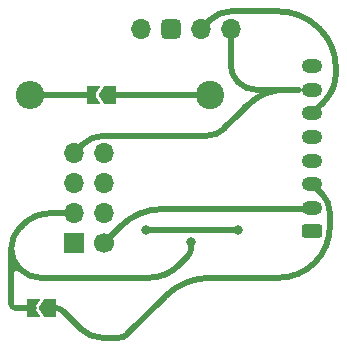
<source format=gbr>
%TF.GenerationSoftware,KiCad,Pcbnew,(6.0.7)*%
%TF.CreationDate,2022-11-20T15:50:49-05:00*%
%TF.ProjectId,CANBurner,43414e42-7572-46e6-9572-2e6b69636164,2.0*%
%TF.SameCoordinates,Original*%
%TF.FileFunction,Copper,L2,Bot*%
%TF.FilePolarity,Positive*%
%FSLAX46Y46*%
G04 Gerber Fmt 4.6, Leading zero omitted, Abs format (unit mm)*
G04 Created by KiCad (PCBNEW (6.0.7)) date 2022-11-20 15:50:49*
%MOMM*%
%LPD*%
G01*
G04 APERTURE LIST*
G04 Aperture macros list*
%AMRoundRect*
0 Rectangle with rounded corners*
0 $1 Rounding radius*
0 $2 $3 $4 $5 $6 $7 $8 $9 X,Y pos of 4 corners*
0 Add a 4 corners polygon primitive as box body*
4,1,4,$2,$3,$4,$5,$6,$7,$8,$9,$2,$3,0*
0 Add four circle primitives for the rounded corners*
1,1,$1+$1,$2,$3*
1,1,$1+$1,$4,$5*
1,1,$1+$1,$6,$7*
1,1,$1+$1,$8,$9*
0 Add four rect primitives between the rounded corners*
20,1,$1+$1,$2,$3,$4,$5,0*
20,1,$1+$1,$4,$5,$6,$7,0*
20,1,$1+$1,$6,$7,$8,$9,0*
20,1,$1+$1,$8,$9,$2,$3,0*%
%AMFreePoly0*
4,1,6,1.000000,0.000000,0.500000,-0.750000,-0.500000,-0.750000,-0.500000,0.750000,0.500000,0.750000,1.000000,0.000000,1.000000,0.000000,$1*%
%AMFreePoly1*
4,1,6,0.500000,-0.750000,-0.650000,-0.750000,-0.150000,0.000000,-0.650000,0.750000,0.500000,0.750000,0.500000,-0.750000,0.500000,-0.750000,$1*%
G04 Aperture macros list end*
%TA.AperFunction,ComponentPad*%
%ADD10O,1.700000X1.700000*%
%TD*%
%TA.AperFunction,ComponentPad*%
%ADD11RoundRect,0.425000X-0.425000X0.425000X-0.425000X-0.425000X0.425000X-0.425000X0.425000X0.425000X0*%
%TD*%
%TA.AperFunction,ComponentPad*%
%ADD12RoundRect,0.300000X0.575000X-0.300000X0.575000X0.300000X-0.575000X0.300000X-0.575000X-0.300000X0*%
%TD*%
%TA.AperFunction,ComponentPad*%
%ADD13O,1.750000X1.200000*%
%TD*%
%TA.AperFunction,ComponentPad*%
%ADD14C,2.400000*%
%TD*%
%TA.AperFunction,ComponentPad*%
%ADD15O,2.400000X2.400000*%
%TD*%
%TA.AperFunction,ComponentPad*%
%ADD16R,1.700000X1.700000*%
%TD*%
%TA.AperFunction,ComponentPad*%
%ADD17C,1.700000*%
%TD*%
%TA.AperFunction,SMDPad,CuDef*%
%ADD18FreePoly0,180.000000*%
%TD*%
%TA.AperFunction,SMDPad,CuDef*%
%ADD19FreePoly1,180.000000*%
%TD*%
%TA.AperFunction,ViaPad*%
%ADD20C,0.800000*%
%TD*%
%TA.AperFunction,Conductor*%
%ADD21C,0.500000*%
%TD*%
G04 APERTURE END LIST*
D10*
%TO.P,I\u00B2C,1*%
%TO.N,/A1*%
X84619469Y-22330407D03*
%TO.P,I\u00B2C,2*%
%TO.N,/A2*%
X82079469Y-22330407D03*
D11*
%TO.P,I\u00B2C,3*%
%TO.N,/GND*%
X79539469Y-22330407D03*
D10*
%TO.P,I\u00B2C,4*%
%TO.N,/5V*%
X76999469Y-22330407D03*
%TD*%
D12*
%TO.P,Toolboard,1*%
%TO.N,/GND*%
X91540000Y-39445000D03*
D13*
%TO.P,Toolboard,2*%
%TO.N,/24V*%
X91540000Y-37445000D03*
%TO.P,Toolboard,3*%
%TO.N,/Sig*%
X91540000Y-35445000D03*
%TO.P,Toolboard,4*%
%TO.N,/5V*%
X91540000Y-33445000D03*
%TO.P,Toolboard,5*%
%TO.N,/PCF*%
X91540000Y-31445000D03*
%TO.P,Toolboard,6*%
%TO.N,/A2*%
X91540000Y-29445000D03*
%TO.P,Toolboard,7*%
%TO.N,/A1*%
X91540000Y-27445000D03*
%TO.P,Toolboard,8*%
%TO.N,/HEF*%
X91540000Y-25445000D03*
%TD*%
D14*
%TO.P,HEF Resistor,1*%
%TO.N,/HEF*%
X82850000Y-27940000D03*
D15*
%TO.P,HEF Resistor,2*%
X67610000Y-27940000D03*
%TD*%
D10*
%TO.P,J1,1,Pin_1*%
%TO.N,/A1*%
X71341315Y-32825026D03*
%TO.P,J1,2,Pin_2*%
%TO.N,/A2*%
X73881315Y-32825026D03*
%TO.P,J1,3,Pin_3*%
%TO.N,/HEF*%
X71341315Y-35365026D03*
%TO.P,J1,4,Pin_4*%
%TO.N,/PCF*%
X73881315Y-35365026D03*
%TO.P,J1,5,Pin_5*%
%TO.N,/Sig*%
X71341315Y-37905026D03*
%TO.P,J1,6,Pin_6*%
%TO.N,/5V*%
X73881315Y-37905026D03*
D16*
%TO.P,J1,7,Pin_7*%
%TO.N,/GND*%
X71341315Y-40445026D03*
D17*
%TO.P,J1,8,Pin_8*%
%TO.N,/24V*%
X73881315Y-40445026D03*
%TD*%
D18*
%TO.P,Bypass,1*%
%TO.N,/HEF*%
X74385000Y-27925000D03*
D19*
%TO.P,Bypass,2*%
X72935000Y-27925000D03*
%TD*%
D18*
%TO.P,LED Bypass,1*%
%TO.N,/Sig*%
X69305000Y-45910000D03*
D19*
%TO.P,LED Bypass,2*%
X67855000Y-45910000D03*
%TD*%
D20*
%TO.N,/Sig*%
X81280000Y-40319805D03*
X85250000Y-39355000D03*
X77459972Y-39369999D03*
%TD*%
D21*
%TO.N,/24V*%
X91482500Y-37502500D02*
X91540000Y-37445000D01*
X75323828Y-39002513D02*
X73881315Y-40445026D01*
X78806362Y-37560000D02*
X91343682Y-37560000D01*
X75323857Y-39002542D02*
G75*
G02*
X78806362Y-37560000I3482543J-3482458D01*
G01*
X91343682Y-37559992D02*
G75*
G03*
X91482499Y-37502499I18J196292D01*
G01*
%TO.N,/HEF*%
X74392500Y-27932500D02*
X74385000Y-27925000D01*
X72927500Y-27932500D02*
X72935000Y-27925000D01*
X74410606Y-27940000D02*
X82850000Y-27940000D01*
X72909393Y-27940000D02*
X67610000Y-27940000D01*
X74410606Y-27939997D02*
G75*
G02*
X74392500Y-27932500I-6J25597D01*
G01*
X72909393Y-27939997D02*
G75*
G03*
X72927500Y-27932500I7J25597D01*
G01*
%TO.N,/A1*%
X84619469Y-25318745D02*
X84619469Y-22330407D01*
X85338750Y-29486250D02*
X85960000Y-28865000D01*
X84096250Y-30728750D02*
X85338750Y-29486250D01*
X90368428Y-27445000D02*
X89262671Y-27445000D01*
X72078828Y-32087513D02*
X71341315Y-32825026D01*
X86745723Y-27445000D02*
X90368428Y-27445000D01*
X82596419Y-31350000D02*
X73859341Y-31350000D01*
X85338750Y-29486250D02*
X84096250Y-30728750D01*
X85338750Y-29486250D02*
X86048750Y-28776250D01*
X90368428Y-27445000D02*
G75*
G02*
X90368428Y-27445000I0J0D01*
G01*
X86048758Y-28776258D02*
G75*
G02*
X89262671Y-27445000I3213942J-3213942D01*
G01*
X82596419Y-31350008D02*
G75*
G03*
X84096250Y-30728750I-19J2121108D01*
G01*
X72078813Y-32087498D02*
G75*
G02*
X73859341Y-31350000I1780487J-1780502D01*
G01*
X85338750Y-29486250D02*
G75*
G02*
X85338750Y-29486250I0J0D01*
G01*
X86745723Y-27444970D02*
G75*
G02*
X85242234Y-26822234I-23J2126270D01*
G01*
X85242262Y-26822206D02*
G75*
G02*
X84619469Y-25318745I1503438J1503506D01*
G01*
%TO.N,/A2*%
X92186800Y-22336800D02*
X92095542Y-22245542D01*
X82836630Y-21573245D02*
X82079469Y-22330407D01*
X92532500Y-28452500D02*
X91540000Y-29445000D01*
X84664580Y-20816084D02*
X88644525Y-20816084D01*
X93525000Y-26056393D02*
X93525000Y-25567500D01*
X93524999Y-25567500D02*
G75*
G03*
X92186799Y-22336801I-4568899J0D01*
G01*
X88644525Y-20816079D02*
G75*
G02*
X92095541Y-22245543I-25J-4880521D01*
G01*
X82836639Y-21573254D02*
G75*
G02*
X84664580Y-20816084I1827961J-1827946D01*
G01*
X92532502Y-28452502D02*
G75*
G03*
X93525000Y-26056393I-2396102J2396102D01*
G01*
%TO.N,/Sig*%
X93013145Y-39033948D02*
X93013145Y-37878498D01*
X80229999Y-42319999D02*
X80944055Y-41605944D01*
X66770000Y-42640000D02*
X66763672Y-42633672D01*
X79061207Y-44963792D02*
X75870217Y-48154782D01*
X75157500Y-48450000D02*
X74322500Y-48450000D01*
X69382718Y-37905026D02*
X71341315Y-37905026D01*
X77467471Y-39362499D02*
X77459972Y-39369999D01*
X91691011Y-35596011D02*
X92334072Y-36239072D01*
X66040000Y-45585649D02*
X66040000Y-42933427D01*
X68532375Y-43370000D02*
X77695075Y-43370000D01*
X82908963Y-43370000D02*
X88677093Y-43370000D01*
X74322500Y-48450000D02*
X73716572Y-48450000D01*
X69691572Y-45910000D02*
X69230000Y-45910000D01*
X70479526Y-46236381D02*
X71969472Y-47726327D01*
X81280000Y-40794902D02*
X81280000Y-40319805D01*
X66364350Y-45910000D02*
X67930000Y-45910000D01*
X66040000Y-42933427D02*
X66040000Y-40886572D01*
X66763672Y-39139472D02*
X67019059Y-38884085D01*
X77485576Y-39355000D02*
X85090000Y-39355000D01*
X91604072Y-35560000D02*
X91553145Y-35560000D01*
X68532375Y-43370009D02*
G75*
G02*
X66770001Y-42639999I25J2492409D01*
G01*
X66039988Y-40886572D02*
G75*
G02*
X66763672Y-39139472I2470812J-28D01*
G01*
X69691572Y-45910010D02*
G75*
G02*
X70479526Y-46236381I28J-1114290D01*
G01*
X66134985Y-45815015D02*
G75*
G02*
X66040000Y-45585649I229315J229315D01*
G01*
X88677093Y-43369981D02*
G75*
G03*
X91743145Y-42100000I7J4336081D01*
G01*
X93013132Y-37878498D02*
G75*
G03*
X92334072Y-36239072I-2318532J-2D01*
G01*
X80944057Y-41605946D02*
G75*
G03*
X81280000Y-40794902I-811057J811046D01*
G01*
X77695075Y-43369988D02*
G75*
G03*
X80229999Y-42319999I25J3584888D01*
G01*
X73716572Y-48450011D02*
G75*
G02*
X71969472Y-47726327I28J2470811D01*
G01*
X91604072Y-35560005D02*
G75*
G02*
X91691011Y-35596011I28J-122895D01*
G01*
X66364350Y-45910049D02*
G75*
G02*
X66135001Y-45814999I50J324349D01*
G01*
X66039990Y-42933427D02*
G75*
G02*
X66763672Y-42633672I423910J27D01*
G01*
X79061236Y-44963821D02*
G75*
G02*
X82908963Y-43370000I3847764J-3847679D01*
G01*
X91743119Y-42099974D02*
G75*
G03*
X93013145Y-39033948I-3066019J3066074D01*
G01*
X77467484Y-39362512D02*
G75*
G02*
X77485576Y-39355000I18116J-18088D01*
G01*
X67019060Y-38884086D02*
G75*
G02*
X69382718Y-37905026I2363640J-2363614D01*
G01*
X66763653Y-42633691D02*
G75*
G02*
X66040000Y-40886572I1747147J1747091D01*
G01*
X75157500Y-48450009D02*
G75*
G03*
X75870217Y-48154782I0J1007909D01*
G01*
%TD*%
M02*

</source>
